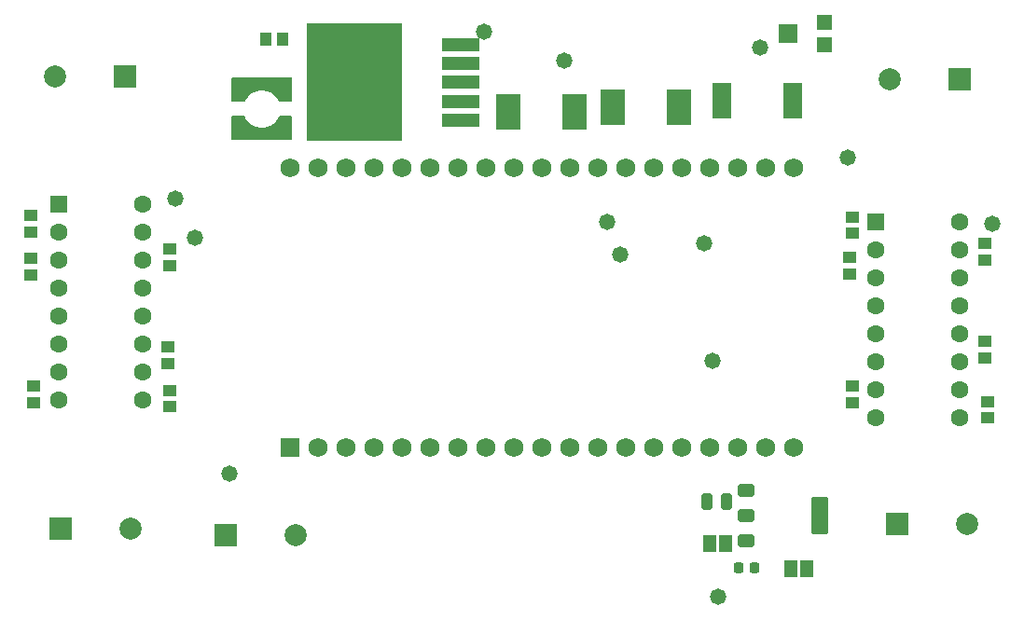
<source format=gts>
G04*
G04 #@! TF.GenerationSoftware,Altium Limited,Altium Designer,23.9.2 (47)*
G04*
G04 Layer_Color=8388736*
%FSLAX44Y44*%
%MOMM*%
G71*
G04*
G04 #@! TF.SameCoordinates,B2DA11A5-FBF5-4D8A-B6B0-860E356D3A20*
G04*
G04*
G04 #@! TF.FilePolarity,Negative*
G04*
G01*
G75*
%ADD17R,1.7200X3.2000*%
%ADD28R,2.2032X3.2032*%
%ADD29R,1.4032X1.4032*%
%ADD30R,1.7032X1.8032*%
%ADD31R,1.0032X1.2032*%
G04:AMPARAMS|DCode=32|XSize=1.5132mm|YSize=1.1332mm|CornerRadius=0.1714mm|HoleSize=0mm|Usage=FLASHONLY|Rotation=0.000|XOffset=0mm|YOffset=0mm|HoleType=Round|Shape=RoundedRectangle|*
%AMROUNDEDRECTD32*
21,1,1.5132,0.7905,0,0,0.0*
21,1,1.1705,1.1332,0,0,0.0*
1,1,0.3427,0.5853,-0.3953*
1,1,0.3427,-0.5853,-0.3953*
1,1,0.3427,-0.5853,0.3953*
1,1,0.3427,0.5853,0.3953*
%
%ADD32ROUNDEDRECTD32*%
G04:AMPARAMS|DCode=33|XSize=1.5132mm|YSize=3.4432mm|CornerRadius=0.1999mm|HoleSize=0mm|Usage=FLASHONLY|Rotation=0.000|XOffset=0mm|YOffset=0mm|HoleType=Round|Shape=RoundedRectangle|*
%AMROUNDEDRECTD33*
21,1,1.5132,3.0435,0,0,0.0*
21,1,1.1135,3.4432,0,0,0.0*
1,1,0.3997,0.5568,-1.5218*
1,1,0.3997,-0.5568,-1.5218*
1,1,0.3997,-0.5568,1.5218*
1,1,0.3997,0.5568,1.5218*
%
%ADD33ROUNDEDRECTD33*%
G04:AMPARAMS|DCode=34|XSize=1.5032mm|YSize=0.9632mm|CornerRadius=0.1966mm|HoleSize=0mm|Usage=FLASHONLY|Rotation=90.000|XOffset=0mm|YOffset=0mm|HoleType=Round|Shape=RoundedRectangle|*
%AMROUNDEDRECTD34*
21,1,1.5032,0.5700,0,0,90.0*
21,1,1.1100,0.9632,0,0,90.0*
1,1,0.3932,0.2850,0.5550*
1,1,0.3932,0.2850,-0.5550*
1,1,0.3932,-0.2850,-0.5550*
1,1,0.3932,-0.2850,0.5550*
%
%ADD34ROUNDEDRECTD34*%
%ADD35R,1.2532X1.5032*%
%ADD36R,3.4132X1.2532*%
%ADD37R,8.6632X10.7332*%
%ADD38R,1.2032X1.0032*%
G04:AMPARAMS|DCode=39|XSize=0.9632mm|YSize=0.8636mm|CornerRadius=0.1842mm|HoleSize=0mm|Usage=FLASHONLY|Rotation=90.000|XOffset=0mm|YOffset=0mm|HoleType=Round|Shape=RoundedRectangle|*
%AMROUNDEDRECTD39*
21,1,0.9632,0.4953,0,0,90.0*
21,1,0.5949,0.8636,0,0,90.0*
1,1,0.3683,0.2477,0.2975*
1,1,0.3683,0.2477,-0.2975*
1,1,0.3683,-0.2477,-0.2975*
1,1,0.3683,-0.2477,0.2975*
%
%ADD39ROUNDEDRECTD39*%
%ADD40R,1.7332X1.7332*%
%ADD41C,1.7332*%
%ADD42R,2.0032X2.0032*%
%ADD43C,2.0032*%
%ADD44C,1.6032*%
%ADD45R,1.6032X1.6032*%
%ADD46C,1.4732*%
G36*
X382439Y621039D02*
X382463Y621040D01*
X382505Y621035D01*
X382549Y621032D01*
X382572Y621027D01*
X382595Y621025D01*
X382636Y621015D01*
X382679Y621006D01*
X382702Y620998D01*
X382725Y620993D01*
X382764Y620977D01*
X382805Y620963D01*
X382827Y620953D01*
X382849Y620944D01*
X382886Y620924D01*
X382925Y620904D01*
X382945Y620891D01*
X382965Y620880D01*
X382999Y620855D01*
X383036Y620830D01*
X383054Y620815D01*
X383072Y620801D01*
X383103Y620771D01*
X383118Y620758D01*
X383136Y620743D01*
X383152Y620724D01*
X383168Y620708D01*
X383195Y620675D01*
X383223Y620643D01*
X383237Y620623D01*
X383251Y620604D01*
X383273Y620568D01*
X383298Y620532D01*
X383308Y620510D01*
X383320Y620490D01*
X384072Y619035D01*
X385960Y616391D01*
X388295Y614168D01*
X391008Y612426D01*
X394001Y611229D01*
X397167Y610620D01*
X400391Y610619D01*
X403557Y611229D01*
X406550Y612425D01*
X409264Y614167D01*
X411599Y616389D01*
X413486Y619033D01*
X414239Y620489D01*
X414248Y620503D01*
X414254Y620517D01*
X414281Y620558D01*
X414308Y620603D01*
X414318Y620615D01*
X414327Y620629D01*
X414359Y620667D01*
X414391Y620707D01*
X414402Y620718D01*
X414413Y620730D01*
X414450Y620764D01*
X414487Y620799D01*
X414500Y620809D01*
X414512Y620819D01*
X414553Y620848D01*
X414594Y620878D01*
X414608Y620886D01*
X414621Y620895D01*
X414666Y620918D01*
X414711Y620942D01*
X414726Y620948D01*
X414740Y620956D01*
X414787Y620972D01*
X414835Y620991D01*
X414850Y620995D01*
X414865Y621000D01*
X414914Y621011D01*
X414964Y621023D01*
X414980Y621025D01*
X414995Y621028D01*
X415045Y621032D01*
X415096Y621038D01*
X415112Y621038D01*
X415128Y621039D01*
X415143Y621038D01*
X415144Y621038D01*
X425280D01*
X425413Y621030D01*
X425544Y621003D01*
X425670Y620961D01*
X425789Y620902D01*
X425900Y620828D01*
X426000Y620740D01*
X426088Y620640D01*
X426162Y620529D01*
X426221Y620410D01*
X426264Y620284D01*
X426289Y620153D01*
X426298Y620020D01*
Y600020D01*
X426289Y599887D01*
X426264Y599757D01*
X426221Y599630D01*
X426162Y599511D01*
X426088Y599400D01*
X426000Y599300D01*
X425900Y599212D01*
X425789Y599138D01*
X425670Y599079D01*
X425544Y599036D01*
X425413Y599011D01*
X425280Y599002D01*
X372280D01*
X372147Y599011D01*
X372016Y599036D01*
X371890Y599079D01*
X371771Y599138D01*
X371660Y599212D01*
X371560Y599300D01*
X371472Y599400D01*
X371398Y599511D01*
X371339Y599630D01*
X371297Y599757D01*
X371270Y599887D01*
X371262Y600020D01*
Y620020D01*
X371270Y620153D01*
X371297Y620284D01*
X371339Y620410D01*
X371398Y620529D01*
X371472Y620640D01*
X371560Y620740D01*
X371563Y620743D01*
X371663Y620830D01*
X371774Y620904D01*
X371893Y620963D01*
X372019Y621006D01*
X372150Y621032D01*
X372283Y621041D01*
X382416D01*
X382439Y621039D01*
D02*
G37*
G36*
X425413Y656030D02*
X425544Y656003D01*
X425670Y655961D01*
X425789Y655902D01*
X425900Y655828D01*
X426000Y655740D01*
X426088Y655640D01*
X426162Y655529D01*
X426221Y655410D01*
X426264Y655284D01*
X426289Y655153D01*
X426298Y655020D01*
Y635020D01*
X426289Y634887D01*
X426264Y634757D01*
X426221Y634630D01*
X426162Y634511D01*
X426088Y634400D01*
X426000Y634300D01*
X425997Y634297D01*
X425897Y634210D01*
X425786Y634136D01*
X425667Y634077D01*
X425541Y634034D01*
X425410Y634008D01*
X425277Y633999D01*
X415144D01*
X415121Y634001D01*
X415097Y634000D01*
X415054Y634005D01*
X415011Y634008D01*
X414988Y634012D01*
X414965Y634015D01*
X414923Y634025D01*
X414881Y634034D01*
X414858Y634041D01*
X414835Y634047D01*
X414795Y634063D01*
X414755Y634077D01*
X414733Y634087D01*
X414711Y634096D01*
X414674Y634117D01*
X414635Y634136D01*
X414616Y634149D01*
X414595Y634160D01*
X414560Y634186D01*
X414524Y634210D01*
X414521Y634212D01*
X414507Y634225D01*
X414488Y634239D01*
X414456Y634269D01*
X414424Y634297D01*
X414409Y634315D01*
X414392Y634332D01*
X414365Y634365D01*
X414337Y634398D01*
X414324Y634417D01*
X414309Y634436D01*
X414286Y634473D01*
X414263Y634508D01*
X414252Y634529D01*
X414240Y634550D01*
X413487Y636005D01*
X411600Y638649D01*
X409265Y640872D01*
X406552Y642614D01*
X403559Y643811D01*
X400393Y644420D01*
X397169Y644421D01*
X394003Y643811D01*
X391009Y642614D01*
X388296Y640873D01*
X385961Y638651D01*
X384073Y636007D01*
X383321Y634551D01*
X383305Y634524D01*
X383291Y634497D01*
X383271Y634468D01*
X383252Y634437D01*
X383233Y634413D01*
X383215Y634387D01*
X383191Y634361D01*
X383169Y634333D01*
X383147Y634312D01*
X383126Y634288D01*
X383099Y634266D01*
X383073Y634241D01*
X383048Y634222D01*
X383024Y634202D01*
X382995Y634183D01*
X382966Y634162D01*
X382938Y634147D01*
X382912Y634130D01*
X382881Y634115D01*
X382849Y634098D01*
X382820Y634086D01*
X382792Y634073D01*
X382758Y634062D01*
X382725Y634049D01*
X382695Y634041D01*
X382665Y634032D01*
X382631Y634025D01*
X382596Y634017D01*
X382565Y634013D01*
X382534Y634008D01*
X382499Y634006D01*
X382464Y634002D01*
X382432Y634003D01*
X382401Y634001D01*
X382392Y634002D01*
X372280D01*
X372147Y634011D01*
X372016Y634036D01*
X371890Y634079D01*
X371771Y634138D01*
X371660Y634212D01*
X371560Y634300D01*
X371472Y634400D01*
X371398Y634511D01*
X371339Y634630D01*
X371297Y634757D01*
X371270Y634887D01*
X371262Y635020D01*
Y655020D01*
X371270Y655153D01*
X371297Y655284D01*
X371339Y655410D01*
X371398Y655529D01*
X371472Y655640D01*
X371560Y655740D01*
X371660Y655828D01*
X371771Y655902D01*
X371890Y655961D01*
X372016Y656003D01*
X372147Y656030D01*
X372280Y656038D01*
X425280D01*
X425413Y656030D01*
D02*
G37*
D17*
X816310Y635000D02*
D03*
X880410D02*
D03*
D28*
X777550Y628650D02*
D03*
X717550D02*
D03*
X682780Y624840D02*
D03*
X622780D02*
D03*
D29*
X909320Y706120D02*
D03*
Y686120D02*
D03*
D30*
X876820Y696120D02*
D03*
D31*
X402590Y690880D02*
D03*
X417590D02*
D03*
D32*
X838200Y280750D02*
D03*
Y257850D02*
D03*
Y234950D02*
D03*
D33*
X905100Y257850D02*
D03*
D34*
X802520Y270510D02*
D03*
X820420D02*
D03*
D35*
X820050Y232410D02*
D03*
X805550D02*
D03*
X893710Y209550D02*
D03*
X879210D02*
D03*
D36*
X578900Y668510D02*
D03*
Y617510D02*
D03*
Y685510D02*
D03*
Y634510D02*
D03*
Y651510D02*
D03*
D37*
X482600D02*
D03*
D38*
X932180Y492760D02*
D03*
Y477760D02*
D03*
X934720Y529470D02*
D03*
Y514470D02*
D03*
X1057910Y361830D02*
D03*
Y346830D02*
D03*
X1055370Y505340D02*
D03*
Y490340D02*
D03*
Y416560D02*
D03*
Y401560D02*
D03*
X314960Y371990D02*
D03*
Y356990D02*
D03*
Y500260D02*
D03*
Y485260D02*
D03*
X189230Y530740D02*
D03*
Y515740D02*
D03*
Y491490D02*
D03*
Y476490D02*
D03*
X191770Y375680D02*
D03*
Y360680D02*
D03*
X313690Y396480D02*
D03*
Y411480D02*
D03*
X934720Y375920D02*
D03*
Y360920D02*
D03*
D39*
X845820Y210820D02*
D03*
X831820D02*
D03*
D40*
X424180Y320040D02*
D03*
D41*
X449580D02*
D03*
X474980D02*
D03*
X500380D02*
D03*
X525780D02*
D03*
X551180D02*
D03*
X576580D02*
D03*
X601980D02*
D03*
X627380D02*
D03*
X652780D02*
D03*
X678180D02*
D03*
X703580D02*
D03*
X728980D02*
D03*
X754380D02*
D03*
X779780D02*
D03*
X805180D02*
D03*
X830580D02*
D03*
X855980D02*
D03*
X881380D02*
D03*
Y574040D02*
D03*
X855980D02*
D03*
X830580D02*
D03*
X805180D02*
D03*
X779780D02*
D03*
X754380D02*
D03*
X728980D02*
D03*
X703580D02*
D03*
X678180D02*
D03*
X652780D02*
D03*
X627380D02*
D03*
X601980D02*
D03*
X576580D02*
D03*
X551180D02*
D03*
X525780D02*
D03*
X500380D02*
D03*
X474980D02*
D03*
X449580D02*
D03*
X424180D02*
D03*
D42*
X215900Y246380D02*
D03*
X1032510Y654050D02*
D03*
X274320Y656590D02*
D03*
X975360Y250190D02*
D03*
X365760Y240030D02*
D03*
D43*
X279400Y246380D02*
D03*
X969010Y654050D02*
D03*
X210820Y656590D02*
D03*
X1038860Y250190D02*
D03*
X429260Y240030D02*
D03*
D44*
X1032510Y397510D02*
D03*
Y422910D02*
D03*
Y372110D02*
D03*
Y346710D02*
D03*
Y448310D02*
D03*
X956310Y422910D02*
D03*
Y397510D02*
D03*
Y448310D02*
D03*
Y499110D02*
D03*
Y473710D02*
D03*
X1032510Y499110D02*
D03*
Y473710D02*
D03*
Y524510D02*
D03*
X956310Y372110D02*
D03*
Y346710D02*
D03*
X214630Y363220D02*
D03*
Y388620D02*
D03*
X290830Y541020D02*
D03*
Y490220D02*
D03*
Y515620D02*
D03*
X214630Y490220D02*
D03*
Y515620D02*
D03*
Y464820D02*
D03*
Y414020D02*
D03*
Y439420D02*
D03*
X290830Y464820D02*
D03*
Y363220D02*
D03*
Y388620D02*
D03*
Y439420D02*
D03*
Y414020D02*
D03*
D45*
X956310Y524510D02*
D03*
X214630Y541020D02*
D03*
D46*
X673100Y671020D02*
D03*
X807720Y398780D02*
D03*
X320040Y546100D02*
D03*
X369570Y295910D02*
D03*
X723900Y495300D02*
D03*
X800100Y505460D02*
D03*
X712470Y524510D02*
D03*
X850900Y683260D02*
D03*
X930910Y582930D02*
D03*
X812800Y184150D02*
D03*
X337820Y510540D02*
D03*
X1061720Y523240D02*
D03*
X600710Y697230D02*
D03*
M02*

</source>
